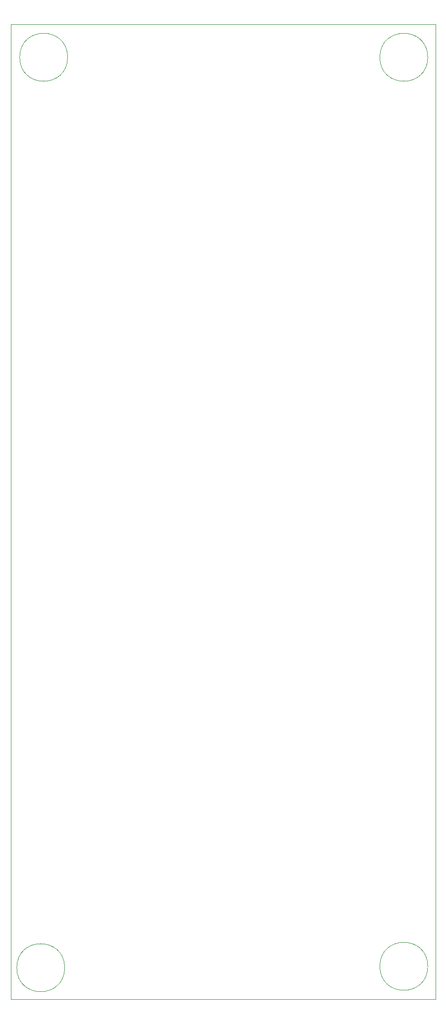
<source format=gbr>
%TF.GenerationSoftware,KiCad,Pcbnew,7.0.2-6a45011f42~172~ubuntu22.04.1*%
%TF.CreationDate,2023-07-12T14:23:41-05:00*%
%TF.ProjectId,EncoderHub,456e636f-6465-4724-9875-622e6b696361,rev?*%
%TF.SameCoordinates,Original*%
%TF.FileFunction,Profile,NP*%
%FSLAX46Y46*%
G04 Gerber Fmt 4.6, Leading zero omitted, Abs format (unit mm)*
G04 Created by KiCad (PCBNEW 7.0.2-6a45011f42~172~ubuntu22.04.1) date 2023-07-12 14:23:41*
%MOMM*%
%LPD*%
G01*
G04 APERTURE LIST*
%TA.AperFunction,Profile*%
%ADD10C,0.100000*%
%TD*%
G04 APERTURE END LIST*
D10*
X126300000Y-27200000D02*
G75*
G03*
X126300000Y-27200000I-4100000J0D01*
G01*
X64200000Y-182800000D02*
G75*
G03*
X64200000Y-182800000I-4100000J0D01*
G01*
X64700000Y-27200000D02*
G75*
G03*
X64700000Y-27200000I-4100000J0D01*
G01*
X126300000Y-182557360D02*
G75*
G03*
X126300000Y-182557360I-4100000J0D01*
G01*
X55000000Y-21600000D02*
X127600000Y-21600000D01*
X127600000Y-188200000D01*
X55000000Y-188200000D01*
X55000000Y-21600000D01*
M02*

</source>
